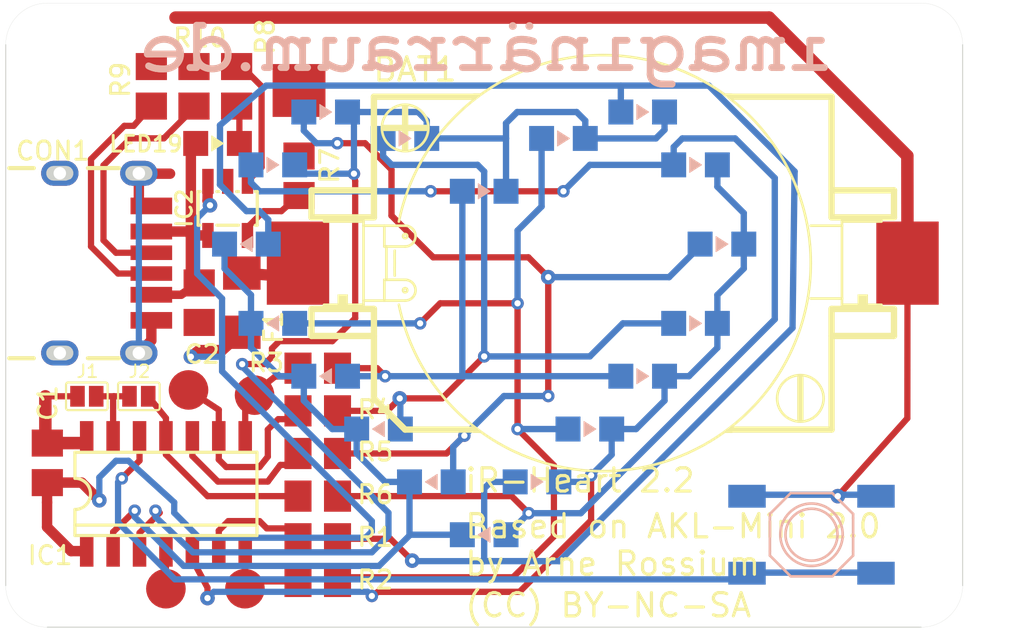
<source format=kicad_pcb>
(kicad_pcb (version 20221018) (generator pcbnew)

  (general
    (thickness 1.6)
  )

  (paper "A4")
  (layers
    (0 "F.Cu" signal)
    (31 "B.Cu" signal)
    (32 "B.Adhes" user "B.Adhesive")
    (33 "F.Adhes" user "F.Adhesive")
    (34 "B.Paste" user)
    (35 "F.Paste" user)
    (36 "B.SilkS" user "B.Silkscreen")
    (37 "F.SilkS" user "F.Silkscreen")
    (38 "B.Mask" user)
    (39 "F.Mask" user)
    (40 "Dwgs.User" user "User.Drawings")
    (41 "Cmts.User" user "User.Comments")
    (42 "Eco1.User" user "User.Eco1")
    (43 "Eco2.User" user "User.Eco2")
    (44 "Edge.Cuts" user)
    (45 "Margin" user)
    (46 "B.CrtYd" user "B.Courtyard")
    (47 "F.CrtYd" user "F.Courtyard")
    (48 "B.Fab" user)
    (49 "F.Fab" user)
    (50 "User.1" user)
    (51 "User.2" user)
    (52 "User.3" user)
    (53 "User.4" user)
    (54 "User.5" user)
    (55 "User.6" user)
    (56 "User.7" user)
    (57 "User.8" user)
    (58 "User.9" user)
  )

  (setup
    (pad_to_mask_clearance 0)
    (pcbplotparams
      (layerselection 0x00010fc_ffffffff)
      (plot_on_all_layers_selection 0x0000000_00000000)
      (disableapertmacros false)
      (usegerberextensions false)
      (usegerberattributes true)
      (usegerberadvancedattributes true)
      (creategerberjobfile true)
      (dashed_line_dash_ratio 12.000000)
      (dashed_line_gap_ratio 3.000000)
      (svgprecision 4)
      (plotframeref false)
      (viasonmask false)
      (mode 1)
      (useauxorigin false)
      (hpglpennumber 1)
      (hpglpenspeed 20)
      (hpglpendiameter 15.000000)
      (dxfpolygonmode true)
      (dxfimperialunits true)
      (dxfusepcbnewfont true)
      (psnegative false)
      (psa4output false)
      (plotreference true)
      (plotvalue true)
      (plotinvisibletext false)
      (sketchpadsonfab false)
      (subtractmaskfromsilk false)
      (outputformat 1)
      (mirror false)
      (drillshape 1)
      (scaleselection 1)
      (outputdirectory "")
    )
  )

  (net 0 "")
  (net 1 "N$7")
  (net 2 "N$8")
  (net 3 "N$9")
  (net 4 "N$10")
  (net 5 "N$11")
  (net 6 "N$12")
  (net 7 "N$13")
  (net 8 "IC1")
  (net 9 "N$15")
  (net 10 "N$1")
  (net 11 "N$2")
  (net 12 "N$3")
  (net 13 "N$4")
  (net 14 "N$5")
  (net 15 "N$6")
  (net 16 "N$16")
  (net 17 "VBAT")
  (net 18 "N$19")
  (net 19 "N$20")
  (net 20 "GND")
  (net 21 "N$14")
  (net 22 "VBUS")
  (net 23 "N$22")
  (net 24 "N$23")
  (net 25 "N$24")
  (net 26 "N$17")
  (net 27 "N$18")

  (footprint "AKLM-2.2:R0805" (layer "F.Cu") (at 140.5011 111.6436))

  (footprint "AKLM-2.2:SMD2,54-2.54" (layer "F.Cu") (at 139.6011 94.1936))

  (footprint (layer "F.Cu") (at 128.0011 92.4936))

  (footprint "AKLM-2.2:USB-C_6PIN_ALIEXPRESS" (layer "F.Cu") (at 125.5011 102.4936 -90))

  (footprint "AKLM-2.2:KZH20SMD" (layer "F.Cu") (at 154.2011 102.4936 180))

  (footprint "AKLM-2.2:SMDPAD_75MIL" (layer "F.Cu") (at 137.0011 118.1436))

  (footprint "AKLM-2.2:SOT23-5L" (layer "F.Cu") (at 136.1711 99.8611 180))

  (footprint "AKLM-2.2:SMDPAD_75MIL" (layer "F.Cu") (at 134.2886 108.5886))

  (footprint "AKLM-2.2:SO14" (layer "F.Cu") (at 133.2036 113.5861))

  (footprint "AKLM-2.2:SMDPAD_75MIL" (layer "F.Cu") (at 133.2011 118.1436))

  (footprint "AKLM-2.2:R0805" (layer "F.Cu") (at 140.5011 117.7936))

  (footprint "AKLM-2.2:SJS" (layer "F.Cu") (at 129.4011 108.8936))

  (footprint "AKLM-2.2:R0805" (layer "F.Cu") (at 132.5011 93.9936 90))

  (footprint "AKLM-2.2:C0805" (layer "F.Cu") (at 127.5011 112.0936 90))

  (footprint "AKLM-2.2:R0805" (layer "F.Cu") (at 136.6011 93.9936 -90))

  (footprint "AKLM-2.2:C0805" (layer "F.Cu") (at 134.8011 104.3936 -90))

  (footprint (layer "F.Cu") (at 169.0011 92.4936))

  (footprint "AKLM-2.2:SMDPAD_75MIL" (layer "F.Cu") (at 137.4636 108.8386))

  (footprint "AKLM-2.2:R0805" (layer "F.Cu") (at 139.6011 98.2936 -90))

  (footprint "AKLM-2.2:R0805" (layer "F.Cu") (at 140.5011 107.5436))

  (footprint "AKLM-2.2:SJS" (layer "F.Cu") (at 131.9011 108.8936 180))

  (footprint "AKLM-2.2:CHIPLED_0805" (layer "F.Cu") (at 135.6836 96.7386 -90))

  (footprint "AKLM-2.2:R1206" (layer "F.Cu") (at 136.8511 104.3936 -90))

  (footprint "AKLM-2.2:R0805" (layer "F.Cu") (at 140.5011 109.5936))

  (footprint "AKLM-2.2:R0805" (layer "F.Cu") (at 140.5011 113.6936))

  (footprint "AKLM-2.2:R0805" (layer "F.Cu") (at 140.5011 115.7436))

  (footprint "AKLM-2.2:R0805" (layer "F.Cu") (at 134.5511 93.9936 90))

  (footprint "AKLM-2.2:CHIPLED_0805" (layer "B.Cu") (at 158.6611 97.7686 90))

  (footprint "AKLM-2.2:CHIPLED_0805" (layer "B.Cu") (at 140.8811 107.9286 -90))

  (footprint "AKLM-2.2:CHIPLED_0805" (layer "B.Cu") (at 156.1211 107.9286 90))

  (footprint "AKLM-2.2:CHIPLED_0805" (layer "B.Cu") (at 156.1211 95.2286 90))

  (footprint "AKLM-2.2:CHIPLED_0805" (layer "B.Cu") (at 148.5011 99.0386 90))

  (footprint "AKLM-2.2:CHIPLED_0805" (layer "B.Cu") (at 145.9611 113.0086 -90))

  (footprint "AKLM-2.2:CHIPLED_0805" (layer "B.Cu") (at 153.5811 110.4686 90))

  (footprint "AKLM-2.2:CHIPLED_0805" (layer "B.Cu") (at 137.0711 101.5786 -90))

  (footprint "AKLM-2.2:CHIPLED_0805" (layer "B.Cu") (at 138.3411 97.7686 90))

  (footprint "AKLM-2.2:CHIPLED_0805" (layer "B.Cu") (at 151.0411 113.0086 90))

  (footprint "AKLM-2.2:CHIPLED_0805" (layer "B.Cu") (at 159.9311 101.5786 90))

  (footprint "AKLM-2.2:CHIPLED_0805" (layer "B.Cu") (at 158.6611 105.3886 90))

  (footprint "AKLM-2.2:LSG-KEY" (layer "B.Cu") (at 164.2361 115.5486))

  (footprint "AKLM-2.2:CHIPLED_0805" (layer "B.Cu") (at 152.3111 96.4986 90))

  (footprint "AKLM-2.2:CHIPLED_0805" (layer "B.Cu") (at 143.4211 110.4686 -90))

  (footprint "AKLM-2.2:CHIPLED_0805" (layer "B.Cu") (at 140.8811 95.2286 90))

  (footprint "AKLM-2.2:CHIPLED_0805" (layer "B.Cu")
    (tstamp ee2ebd94-c7b2-4c46-a76f-f4f65c9a8759)
    (at 148.5011 115.5486 -90)
    (descr "<b>CHIPLED</b><p>\nSource: http://www.osram.convergy.de/ ... LG_R971.pdf")
    (fp_text reference "LED1" (at -1.27 -1.27) (layer "B.SilkS") hide
        (effects (font (size 1.1684 1.1684) (thickness 0.1016)) (justify left bottom mirror))
      (tstamp 3b3eba46-4829-42a5-b524-16d3a3f66c5b)
    )
    (fp_text value "" (at 2.54 -1.27 -180) (layer "B.Fab")
        (effects (font (size 1.176528 1.176528) (thickness 0.093472)) (justify left bottom mirror))
      (tstamp 6e62142c-18d4-4601-a8a3-73068f6ed509)
    )
    (fp_line (start -0.3556 -0.2794) (end 0.3556 -0.2794)
      (stroke (width 0.0508) (type solid)) (layer "B.SilkS") (tstamp 62995bec-6b6a-470e-917c-43382c458925))
    (fp_line (start -0.3048 -0.254) (end -0.2794 -0.2286)
      (stroke (width 0.0508) (type solid)) (layer "B.SilkS") (tstamp 7c37c456-a7bc-4181-857d-cd9dac4b52d4))
    (fp_line (start -0.2032 -0.2032) (end 0 0.127)
      (stroke (width 0.1778) (type solid)) (layer "B.SilkS") (tstamp 8ea1825c-1bd6-43c8-a2b9-d60ac6053e75))
    (fp_line (start -0.2032 -0.2032) (end 0.2032 -0.2032)
      (stroke (width 0.1778) (type solid)) (layer "B.SilkS") (tstamp f317d935-98e9-4514-8a6d-4cb5e8991278))
    (fp_line (start -0.0508 -0.0762) (end 0.0508 -0.0762)
      (stroke (width 0.1778) (type solid)) (layer "B.SilkS") (tstamp 3172fe41-6f18-404a-8f4f-fdfca4f745bd))
    (fp_line (start 0 0.127) (end 0.2032 -0.2032)
      (stroke (width 0.1778) (type solid)) (layer "B.SilkS") (tstamp c46857c8-d3b4-4ce7-ab04-40ea94ac1266))
    (fp_line (start 0 0.2286) (end 0 0.2032)
      (stroke (width 0.0508) (type solid)) (layer "B.SilkS") (tstamp aaee2cf5-0af9-4c8f-aae9-c39a85c4e467))
    (fp_line (start 0 0.2794) (end -0.3556 -0.2794)
      (stroke (width 0.0508) (type solid)) (layer "B.SilkS") (tstamp da08a9eb-bca9-4027-9a71-17d3790e2842))
    (fp_line (start 0.3048 -0.254) (end 0.2794 -0.2286)
      (stroke (width 0.0508) (type solid)) (layer "B.SilkS") (tstamp a95d8510-fa5c-4e86-93e1-75acaf1ed862))
    (fp_line (start 0.3556 -0.2794) (end 0 0.2794)
      (stroke (width 0.0508) (type solid)) (layer "B.SilkS") (tstamp 12cc566d-446c-4bd9-b7b3-089b28e51bb4))
    (fp_line (start -0.575 -0.5) (end -0.575 0.925)
      (stroke (width 0.1016) (type solid)) (layer "B.Fab") (tstamp 97989cee-e244-4251-b3db-3660c66c7c86))
    (fp_line (start 0.575 0.525) (end 0.575 -0.525)
      (stroke (width 0.1016) (type solid)) (layer "B.Fab") (tstamp f025007a-7b17-41c1-a52f-d7990a8279f9))
    (fp_arc (start -0.35 1) (mid 0 0.65) (end 0.35 1)
      (stroke (width 0.1016) (type solid)) (layer "B.Fab") (tstamp 7e8f9fd7-5e44-4aff-bf54-79061ad5ab9a))
    (fp_arc (start 0.35 -1) (mid 0 -0.65) (end -0.35 -1)
      (stroke (width 0.1016) (type solid)) (layer "B.Fab") (tstamp 33317d6a-dd5a-4f6f-89bf-9f6f45920b2e))
    (fp_poly
      (pts
        (xy -0.625 -1)
        (xy -0.3 -1)
        (xy -0.3 -0.5)
        (xy -0.625 -0.5)
      )

      (stroke (width 0) (type default)) (fill solid) (layer "B.Fab") (tstamp c8480b30-5325-426e-8f18-e64b8344a039))
    (fp_poly
      (pts
        (xy -0.625 0.925)
        (xy -0.4 0.925)
        (xy -0.4 1)
        (xy -0.625 1)
      )

      (stroke (width 0) (type default)) (fill solid) (layer "B.Fab") (tstamp fccc5f94-bdb6-44b7-939d-2b2aa21f1ec5))
    (fp_poly
      (pts
        (xy -0.325 -0.75)
        (xy -0.175 -0.75)
        (xy -0.175 -0.5)
        (xy -0.325 -0.5)
      )

      (stroke (width 0) (type default)) (fill solid) (layer "B.Fab") (tstamp 888de109-bf36-4160-bdb5-11e74b219385))
  
... [173105 chars truncated]
</source>
